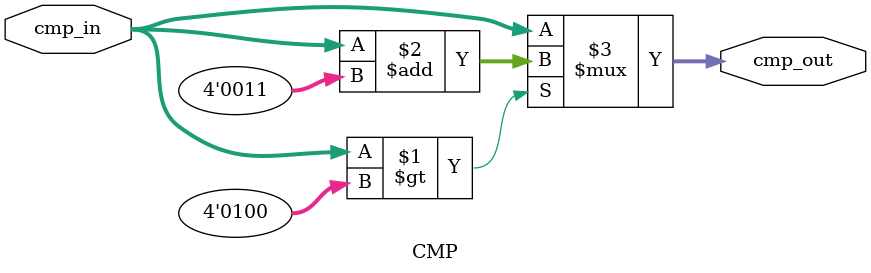
<source format=v>
/*****************************************************************************

*    Engineer       : yanglei
*    Target Device  : Cyclone IV E ( EP4CE6F17C8 )
*    Tool versions  : Quartus II 12.1
*    Create Date    : 2018-1-19
*    Revision       : v1.0
*    Description    : 仅适用于 大四加三 处理模块

*****************************************************************************/
module CMP(cmp_in, cmp_out);

    input   [3:0] cmp_in;
    output  [3:0] cmp_out;
    
    assign cmp_out = (cmp_in > 4'd4) ? (cmp_in + 4'd3) : (cmp_in);
   
endmodule
</source>
